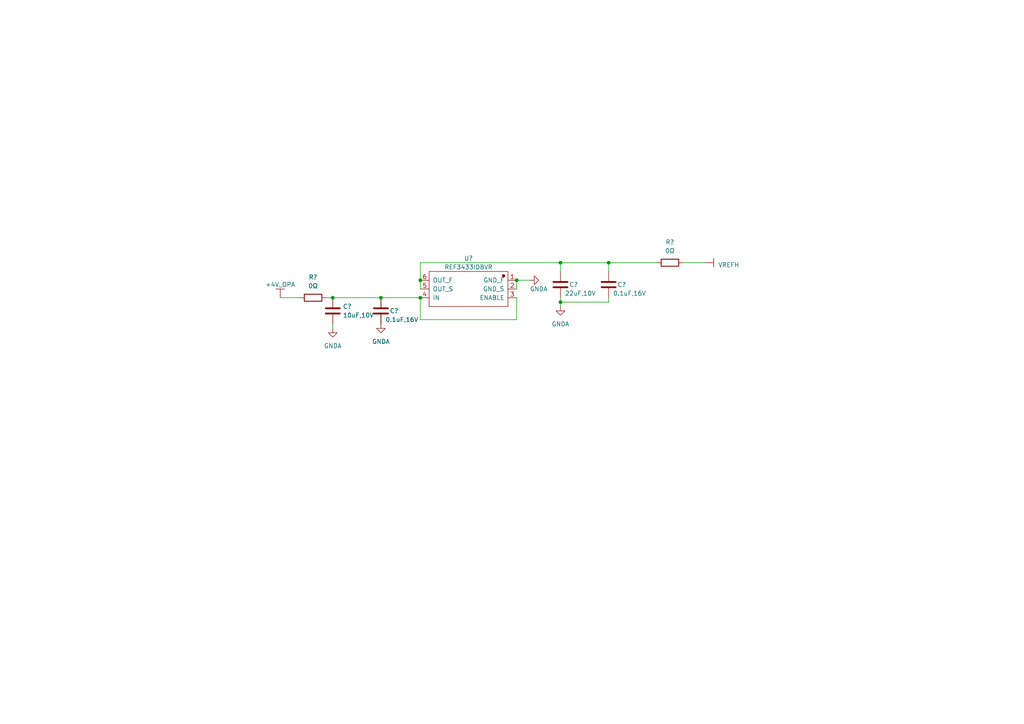
<source format=kicad_sch>
(kicad_sch (version 20230121) (generator eeschema)
  (paper "A4")
  (title_block (title "HPM6P00EVKRevB") (date "2024-10-13") (rev "RevB") (comment 1 "VREF"))
  (lib_symbols
    (symbol "00_HPM_power:+4V_OPA" (power) (pin_numbers hide) (pin_names (offset 0) hide) (in_bom no) (on_board no)
      (property "Value" "+4V_OPA" (at 0 3.81 0))
      (symbol "+4V_OPA_0_1"
        (polyline (pts (xy -1.27 2.54) (xy 1.27 2.54)))
      )
      (symbol "+4V_OPA_1_1"
        (pin power_in line (at 0 0 90) (length 2.54) (name "+4V_OPA") (number "1"))
      )
    )
    (symbol "00_HPM_power:GNDA" (power) (pin_names (offset 0))
      (property "Value" "GNDA" (at 0 -5.08 0))
      (symbol "GNDA_0_1"
        (polyline (pts (xy 0 0) (xy 0 -1.27) (xy 1.27 -1.27) (xy 0 -2.54) (xy -1.27 -1.27) (xy 0 -1.27)))
      )
      (symbol "GNDA_1_1"
        (pin power_in line (at 0 0 270) (length 0) hide (name "GNDA") (number "1"))
      )
    )
    (symbol "00_HPM_power:VREFH" (power) (pin_numbers hide) (pin_names (offset 0) hide) (in_bom no) (on_board no)
      (property "Value" "VREFH" (at 0 3.81 0))
      (symbol "VREFH_0_1"
        (polyline (pts (xy -1.27 2.54) (xy 1.27 2.54)))
      )
      (symbol "VREFH_1_1"
        (pin power_in line (at 0 0 90) (length 2.54) (name "VREFH") (number "1"))
      )
    )
    (symbol "02_HPM_Resistor:0Ω_0402" (pin_numbers hide) (pin_names (offset 0))
      (property "Reference" "R" (at 0 5.08 0))
      (property "Value" "0Ω" (at 0 8.89 0))
      (symbol "0Ω_0402_0_1"
        (rectangle (start 2.54 -1.016) (end -2.54 1.016) (stroke (width 0.254)))
      )
      (symbol "0Ω_0402_1_1"
        (pin passive line (at -3.81 0 0) (length 1.27) (name "~") (number "1"))
        (pin passive line (at 3.81 0 180) (length 1.27) (name "~") (number "2"))
      )
    )
    (symbol "03_HPM_Capacitance:0.1uF,16V_0402" (pin_numbers hide) (pin_names (offset 0.254))
      (property "Reference" "C" (at -1.27 10.16 0))
      (property "Value" "0.1uF,16V" (at -5.08 12.7 0))
      (symbol "0.1uF,16V_0402_0_1"
        (polyline (pts (xy -2.032 -0.762) (xy 2.032 -0.762)) (stroke (width 0.508)))
        (polyline (pts (xy -2.032 0.762) (xy 2.032 0.762)) (stroke (width 0.508)))
      )
      (symbol "0.1uF,16V_0402_1_1"
        (pin passive line (at 0 3.81 270) (length 2.794) (name "~") (number "1"))
        (pin passive line (at 0 -3.81 90) (length 2.794) (name "~") (number "2"))
      )
    )
    (symbol "03_HPM_Capacitance:10uF,10V_0402" (pin_numbers hide) (pin_names (offset 0.254))
      (property "Reference" "C" (at -3.81 15.24 0))
      (property "Value" "10uF,10V" (at -3.81 10.16 0))
      (symbol "10uF,10V_0402_0_1"
        (polyline (pts (xy -2.032 -0.762) (xy 2.032 -0.762)) (stroke (width 0.508)))
        (polyline (pts (xy -2.032 0.762) (xy 2.032 0.762)) (stroke (width 0.508)))
      )
      (symbol "10uF,10V_0402_1_1"
        (pin passive line (at 0 3.81 270) (length 2.794) (name "~") (number "1"))
        (pin passive line (at 0 -3.81 90) (length 2.794) (name "~") (number "2"))
      )
    )
    (symbol "03_HPM_Capacitance:22uF,10V_0805" (pin_numbers hide)
      (property "Reference" "C" (at 0 8.89 0))
      (property "Value" "22uF,10V" (at 0 13.97 0))
      (symbol "22uF,10V_0805_0_1"
        (polyline (pts (xy -2.032 -0.762) (xy 2.032 -0.762)) (stroke (width 0.508)))
        (polyline (pts (xy -2.032 0.762) (xy 2.032 0.762)) (stroke (width 0.508)))
      )
      (symbol "22uF,10V_0805_1_1"
        (pin passive line (at 0 3.81 270) (length 2.794) (name "~") (number "1"))
        (pin passive line (at 0 -3.81 90) (length 2.794) (name "~") (number "2"))
      )
    )
    (symbol "15_HPM_Libing:REF3433IDBVR" (pin_names (offset 1.016))
      (property "Reference" "U?" (at 0 7.6962 0))
      (property "Value" "REF3433IDBVR" (at 0 12.7762 0))
      (symbol "REF3433IDBVR_1_1"
        (rectangle (start -11.43 5.08) (end 11.43 -5.08) (stroke (width 0.1524)))
        (circle (center -10.16 3.81) (radius 0.381) (stroke (width 0.1524)) (fill (type outline)))
        (pin input line (at -13.97 2.54 0) (length 2.54) (name "GND_F") (number "1"))
        (pin input line (at -13.97 0 0) (length 2.54) (name "GND_S") (number "2"))
        (pin input line (at -13.97 -2.54 0) (length 2.54) (name "ENABLE") (number "3"))
        (pin input line (at 13.97 -2.54 180) (length 2.54) (name "IN") (number "4"))
        (pin input line (at 13.97 0 180) (length 2.54) (name "OUT_S") (number "5"))
        (pin input line (at 13.97 2.54 180) (length 2.54) (name "OUT_F") (number "6"))
      )
    )
  )
  (junction (at 162.56 76.2))
  (junction (at 96.52 86.36))
  (junction (at 110.49 86.36))
  (junction (at 176.53 76.2))
  (junction (at 121.92 86.36))
  (junction (at 149.86 81.28))
  (junction (at 162.56 87.63))
  (junction (at 121.92 81.28))
  (wire (pts (xy 176.53 76.2) (xy 190.5 76.2)))
  (wire (pts (xy 162.56 76.2) (xy 176.53 76.2)))
  (wire (pts (xy 162.56 87.63) (xy 162.56 86.36)))
  (wire (pts (xy 162.56 87.63) (xy 176.53 87.63)))
  (wire (pts (xy 162.56 76.2) (xy 162.56 78.74)))
  (wire (pts (xy 110.49 86.36) (xy 121.92 86.36)))
  (wire (pts (xy 162.56 88.9) (xy 162.56 87.63)))
  (wire (pts (xy 176.53 86.36) (xy 176.53 87.63)))
  (wire (pts (xy 121.92 81.28) (xy 121.92 76.2)))
  (wire (pts (xy 149.86 92.71) (xy 121.92 92.71)))
  (wire (pts (xy 149.86 81.28) (xy 149.86 83.82)))
  (wire (pts (xy 121.92 92.71) (xy 121.92 86.36)))
  (wire (pts (xy 121.92 83.82) (xy 121.92 81.28)))
  (wire (pts (xy 176.53 78.74) (xy 176.53 76.2)))
  (wire (pts (xy 153.67 81.28) (xy 149.86 81.28)))
  (wire (pts (xy 121.92 76.2) (xy 162.56 76.2)))
  (wire (pts (xy 81.28 86.36) (xy 86.995 86.36)))
  (wire (pts (xy 96.52 86.36) (xy 110.49 86.36)))
  (wire (pts (xy 96.52 93.98) (xy 96.52 95.25)))
  (wire (pts (xy 149.86 86.36) (xy 149.86 92.71)))
  (wire (pts (xy 204.47 76.2) (xy 198.12 76.2)))
  (wire (pts (xy 94.615 86.36) (xy 96.52 86.36)))
  (symbol (lib_id "15_HPM_Libing:REF3433IDBVR") (at 135.89 83.82 0) (mirror y) (unit 1)
    (property "Reference" "U?" (at 135.89 74.93 0))
    (property "Value" "REF3433IDBVR" (at 135.89 77.47 0))
    (property "Footprint" "kicad_lceda:TSOT-23-6_L2.9-W1.6-P0.95-LS2.8-TL" (effects hide))
    (property "SuppliersPartNumber" "C882722" (effects hide))
    (property "uuid" "std:0c9ceb81bcbd48178b467e87fa28b230" (effects hide))
    (property "Model" " REF3433IDBVR" (effects hide))
    (property "Company" " TI(德州仪器)" (effects hide))
    (instances (project "HPM62_63_144_ADC_EVK_RevC" (path "" (reference "U?") (unit 1))) (project "HPM600ADCEVKRevB" (path "" (reference "U11") (unit 1))))
  )
  (symbol (lib_id "03_HPM_Capacitance:0.1uF,16V_0402") (at 176.53 82.55 0) (unit 1)
    (property "Reference" "C?" (at 179.07 82.55 0) (effects (justify left)))
    (property "Value" "0.1uF,16V" (at 177.8 85.09 0) (effects (justify left)))
    (property "Footprint" "03_HPM_Capacitance:C_0402_1005Metric" (effects hide))
    (property "Model" "CL05B104KO5NNNC" (effects hide))
    (property "Company" "SAMSUNG(三星)" (effects hide))
    (instances (project "HPM62_63_144_ADC_EVK_RevC" (path "" (reference "C?") (unit 1)) (path "" (reference "C?") (unit 1))) (project "HPM600ADCEVKRevB" (path "" (reference "C99") (unit 1))))
  )
  (symbol (lib_id "00_HPM_power:+4V_OPA") (at 81.28 86.36 0) (unit 1) (in_bom no) (on_board no)
    (property "Reference" "#PWR?" (effects hide))
    (property "Value" "+4V_OPA" (at 81.28 82.55 0))
    (instances (project "HPM62_63_144_ADC_EVK_RevC" (path "" (reference "#PWR?") (unit 1)) (path "" (reference "#PWR?") (unit 1))) (project "HPM600ADCEVKRevB" (path "" (reference "#PWR0154") (unit 1))))
  )
  (symbol (lib_id "00_HPM_power:GNDA") (at 96.52 95.25 0) (unit 1)
    (property "Reference" "#PWR?" (effects hide))
    (property "Value" "GNDA" (at 96.52 100.33 0))
    (instances (project "HPM62_63_144_ADC_EVK_RevC" (path "" (reference "#PWR?") (unit 1)) (path "" (reference "#PWR?") (unit 1))) (project "HPM600ADCEVKRevB" (path "" (reference "#PWR0155") (unit 1))))
  )
  (symbol (lib_id "03_HPM_Capacitance:22uF,10V_0805") (at 162.56 82.55 0) (unit 1)
    (property "Reference" "C?" (at 165.1 82.55 0) (effects (justify left)))
    (property "Value" "22uF,10V" (at 163.83 85.09 0) (effects (justify left)))
    (property "Footprint" "03_HPM_Capacitance:C_0805_2012Metric" (effects hide))
    (property "Model" " CL21A226MPQNNNE" (effects hide))
    (property "Company" " SAMSUNG(三星) " (effects hide))
    (instances (project "HPM62_63_144_ADC_EVK_RevC" (path "" (reference "C?") (unit 1)) (path "" (reference "C?") (unit 1))) (project "HPM600ADCEVKRevB" (path "" (reference "C98") (unit 1))))
  )
  (symbol (lib_id "00_HPM_power:GNDA") (at 153.67 81.28 90) (unit 1)
    (property "Reference" "#PWR?" (effects hide))
    (property "Value" "GNDA" (at 153.67 83.82 90) (effects (justify right)))
    (instances (project "HPM62_63_144_ADC_EVK_RevC" (path "" (reference "#PWR?") (unit 1)) (path "" (reference "#PWR?") (unit 1))) (project "HPM600ADCEVKRevB" (path "" (reference "#PWR0157") (unit 1))))
  )
  (symbol (lib_id "02_HPM_Resistor:0Ω_0402") (at 194.31 76.2 0) (unit 1)
    (property "Reference" "R?" (at 194.31 70.231 0))
    (property "Value" "0Ω" (at 194.31 72.771 0))
    (property "Footprint" "02_HPM_Resistor:R_0402_1005Metric" (effects hide))
    (property "Model" "RC0402JR-070RL" (effects hide))
    (property "Company" "YAGEO(国巨)" (effects hide))
    (instances (project "HPM62_63_144_ADC_EVK_RevC" (path "" (reference "R?") (unit 1))) (project "HPM600ADCEVKRevB" (path "" (reference "R52") (unit 1))))
  )
  (symbol (lib_id "00_HPM_power:GNDA") (at 162.56 88.9 0) (unit 1)
    (property "Reference" "#PWR?" (effects hide))
    (property "Value" "GNDA" (at 162.56 93.98 0))
    (instances (project "HPM62_63_144_ADC_EVK_RevC" (path "" (reference "#PWR?") (unit 1)) (path "" (reference "#PWR?") (unit 1))) (project "HPM600ADCEVKRevB" (path "" (reference "#PWR0158") (unit 1))))
  )
  (symbol (lib_id "03_HPM_Capacitance:10uF,10V_0402") (at 96.52 90.17 0) (unit 1)
    (property "Reference" "C?" (at 99.441 88.9 0) (effects (justify left)))
    (property "Value" "10uF,10V" (at 99.441 91.44 0) (effects (justify left)))
    (property "Footprint" "03_HPM_Capacitance:C_0603_1608Metric" (effects hide))
    (property "Model" "CL05A106MP5NUNC" (effects hide))
    (property "Company" " SAMSUNG(三星)" (effects hide))
    (instances (project "HPM62_63_144_ADC_EVK_RevC" (path "" (reference "C?") (unit 1))) (project "HPM600ADCEVKRevB" (path "" (reference "C96") (unit 1))))
  )
  (symbol (lib_id "00_HPM_power:GNDA") (at 110.49 93.98 0) (unit 1)
    (property "Reference" "#PWR?" (effects hide))
    (property "Value" "GNDA" (at 110.49 99.06 0))
    (instances (project "HPM62_63_144_ADC_EVK_RevC" (path "" (reference "#PWR?") (unit 1)) (path "" (reference "#PWR?") (unit 1))) (project "HPM600ADCEVKRevB" (path "" (reference "#PWR0156") (unit 1))))
  )
  (symbol (lib_id "02_HPM_Resistor:0Ω_0402") (at 90.805 86.36 0) (unit 1)
    (property "Reference" "R?" (at 90.805 80.391 0))
    (property "Value" "0Ω" (at 90.805 82.931 0))
    (property "Footprint" "02_HPM_Resistor:R_0402_1005Metric" (effects hide))
    (property "Model" "RC0402JR-070RL" (effects hide))
    (property "Company" "YAGEO(国巨)" (effects hide))
    (instances (project "HPM62_63_144_ADC_EVK_RevC" (path "" (reference "R?") (unit 1))) (project "HPM600ADCEVKRevB" (path "" (reference "R51") (unit 1))))
  )
  (symbol (lib_id "00_HPM_power:VREFH") (at 204.47 76.2 270) (unit 1) (in_bom no) (on_board no)
    (property "Reference" "#PWR?" (effects hide))
    (property "Value" "VREFH" (at 208.28 76.835 90) (effects (justify left)))
    (instances (project "HPM62_63_144_ADC_EVK_RevC" (path "" (reference "#PWR?") (unit 1))) (project "HPM600ADCEVKRevB" (path "" (reference "#PWR0159") (unit 1))))
  )
  (symbol (lib_id "03_HPM_Capacitance:0.1uF,16V_0402") (at 110.49 90.17 0) (unit 1)
    (property "Reference" "C?" (at 113.03 90.17 0) (effects (justify left)))
    (property "Value" "0.1uF,16V" (at 111.76 92.71 0) (effects (justify left)))
    (property "Footprint" "03_HPM_Capacitance:C_0402_1005Metric" (effects hide))
    (property "Model" "CL05B104KO5NNNC" (effects hide))
    (property "Company" "SAMSUNG(三星)" (effects hide))
    (instances (project "HPM62_63_144_ADC_EVK_RevC" (path "" (reference "C?") (unit 1)) (path "" (reference "C?") (unit 1))) (project "HPM600ADCEVKRevB" (path "" (reference "C97") (unit 1))))
  )
)
</source>
